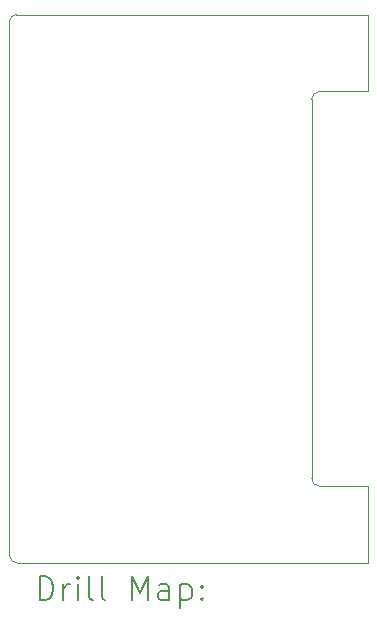
<source format=gbr>
%TF.GenerationSoftware,KiCad,Pcbnew,8.0.4*%
%TF.CreationDate,2024-10-15T16:01:28+03:00*%
%TF.ProjectId,projecsts,70726f6a-6563-4737-9473-2e6b69636164,rev?*%
%TF.SameCoordinates,Original*%
%TF.FileFunction,Drillmap*%
%TF.FilePolarity,Positive*%
%FSLAX45Y45*%
G04 Gerber Fmt 4.5, Leading zero omitted, Abs format (unit mm)*
G04 Created by KiCad (PCBNEW 8.0.4) date 2024-10-15 16:01:28*
%MOMM*%
%LPD*%
G01*
G04 APERTURE LIST*
%ADD10C,0.050000*%
%ADD11C,0.200000*%
G04 APERTURE END LIST*
D10*
X14833600Y-5760720D02*
G75*
G02*
X14899640Y-5694680I66040J0D01*
G01*
X14899640Y-9037320D02*
G75*
G02*
X14833600Y-8971280I0J66040D01*
G01*
X12339320Y-9687560D02*
G75*
G02*
X12273280Y-9621520I0J66040D01*
G01*
X12273280Y-5105400D02*
G75*
G02*
X12334240Y-5044440I60960J0D01*
G01*
X15311120Y-5694680D02*
X15311120Y-5044440D01*
X14899640Y-5694680D02*
X15311120Y-5694680D01*
X15311120Y-9037320D02*
X14899640Y-9037320D01*
X15311120Y-9687560D02*
X15311120Y-9037320D01*
X12339320Y-9687560D02*
X15311120Y-9687560D01*
X12273280Y-5105400D02*
X12273280Y-9621520D01*
X15311120Y-5044440D02*
X12334240Y-5044440D01*
X14833600Y-5760720D02*
X14833600Y-8971280D01*
D11*
X12531557Y-10001544D02*
X12531557Y-9801544D01*
X12531557Y-9801544D02*
X12579176Y-9801544D01*
X12579176Y-9801544D02*
X12607747Y-9811068D01*
X12607747Y-9811068D02*
X12626795Y-9830115D01*
X12626795Y-9830115D02*
X12636319Y-9849163D01*
X12636319Y-9849163D02*
X12645842Y-9887258D01*
X12645842Y-9887258D02*
X12645842Y-9915830D01*
X12645842Y-9915830D02*
X12636319Y-9953925D01*
X12636319Y-9953925D02*
X12626795Y-9972972D01*
X12626795Y-9972972D02*
X12607747Y-9992020D01*
X12607747Y-9992020D02*
X12579176Y-10001544D01*
X12579176Y-10001544D02*
X12531557Y-10001544D01*
X12731557Y-10001544D02*
X12731557Y-9868210D01*
X12731557Y-9906306D02*
X12741081Y-9887258D01*
X12741081Y-9887258D02*
X12750604Y-9877734D01*
X12750604Y-9877734D02*
X12769652Y-9868210D01*
X12769652Y-9868210D02*
X12788700Y-9868210D01*
X12855366Y-10001544D02*
X12855366Y-9868210D01*
X12855366Y-9801544D02*
X12845842Y-9811068D01*
X12845842Y-9811068D02*
X12855366Y-9820591D01*
X12855366Y-9820591D02*
X12864890Y-9811068D01*
X12864890Y-9811068D02*
X12855366Y-9801544D01*
X12855366Y-9801544D02*
X12855366Y-9820591D01*
X12979176Y-10001544D02*
X12960128Y-9992020D01*
X12960128Y-9992020D02*
X12950604Y-9972972D01*
X12950604Y-9972972D02*
X12950604Y-9801544D01*
X13083938Y-10001544D02*
X13064890Y-9992020D01*
X13064890Y-9992020D02*
X13055366Y-9972972D01*
X13055366Y-9972972D02*
X13055366Y-9801544D01*
X13312509Y-10001544D02*
X13312509Y-9801544D01*
X13312509Y-9801544D02*
X13379176Y-9944401D01*
X13379176Y-9944401D02*
X13445842Y-9801544D01*
X13445842Y-9801544D02*
X13445842Y-10001544D01*
X13626795Y-10001544D02*
X13626795Y-9896782D01*
X13626795Y-9896782D02*
X13617271Y-9877734D01*
X13617271Y-9877734D02*
X13598223Y-9868210D01*
X13598223Y-9868210D02*
X13560128Y-9868210D01*
X13560128Y-9868210D02*
X13541081Y-9877734D01*
X13626795Y-9992020D02*
X13607747Y-10001544D01*
X13607747Y-10001544D02*
X13560128Y-10001544D01*
X13560128Y-10001544D02*
X13541081Y-9992020D01*
X13541081Y-9992020D02*
X13531557Y-9972972D01*
X13531557Y-9972972D02*
X13531557Y-9953925D01*
X13531557Y-9953925D02*
X13541081Y-9934877D01*
X13541081Y-9934877D02*
X13560128Y-9925353D01*
X13560128Y-9925353D02*
X13607747Y-9925353D01*
X13607747Y-9925353D02*
X13626795Y-9915830D01*
X13722033Y-9868210D02*
X13722033Y-10068210D01*
X13722033Y-9877734D02*
X13741081Y-9868210D01*
X13741081Y-9868210D02*
X13779176Y-9868210D01*
X13779176Y-9868210D02*
X13798223Y-9877734D01*
X13798223Y-9877734D02*
X13807747Y-9887258D01*
X13807747Y-9887258D02*
X13817271Y-9906306D01*
X13817271Y-9906306D02*
X13817271Y-9963449D01*
X13817271Y-9963449D02*
X13807747Y-9982496D01*
X13807747Y-9982496D02*
X13798223Y-9992020D01*
X13798223Y-9992020D02*
X13779176Y-10001544D01*
X13779176Y-10001544D02*
X13741081Y-10001544D01*
X13741081Y-10001544D02*
X13722033Y-9992020D01*
X13902985Y-9982496D02*
X13912509Y-9992020D01*
X13912509Y-9992020D02*
X13902985Y-10001544D01*
X13902985Y-10001544D02*
X13893462Y-9992020D01*
X13893462Y-9992020D02*
X13902985Y-9982496D01*
X13902985Y-9982496D02*
X13902985Y-10001544D01*
X13902985Y-9877734D02*
X13912509Y-9887258D01*
X13912509Y-9887258D02*
X13902985Y-9896782D01*
X13902985Y-9896782D02*
X13893462Y-9887258D01*
X13893462Y-9887258D02*
X13902985Y-9877734D01*
X13902985Y-9877734D02*
X13902985Y-9896782D01*
M02*

</source>
